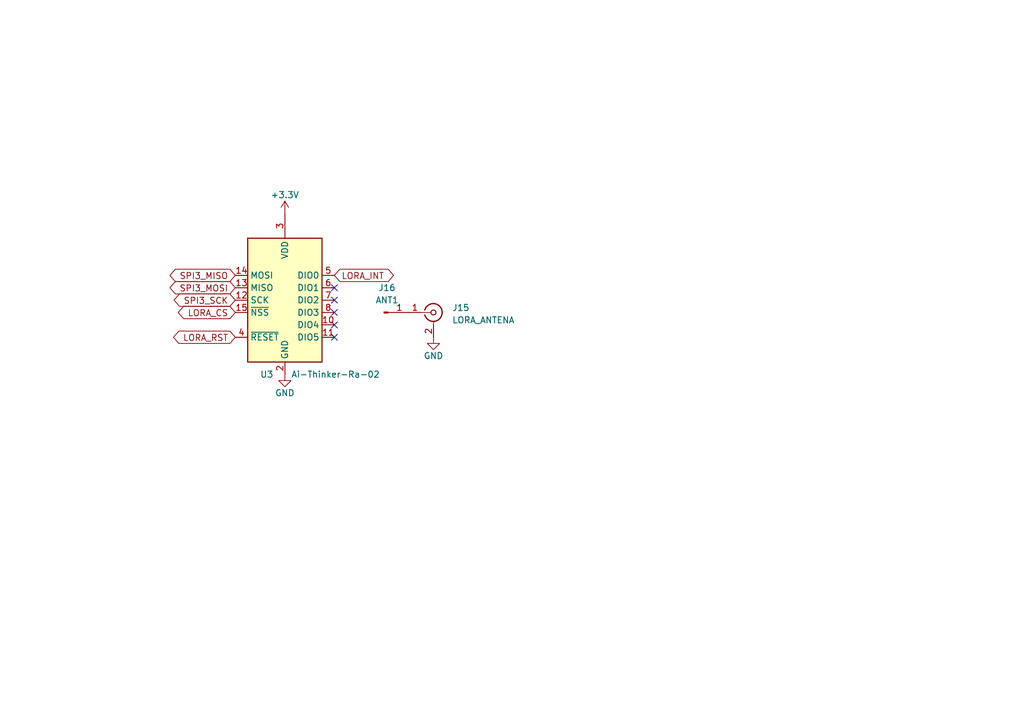
<source format=kicad_sch>
(kicad_sch (version 20211123) (generator eeschema)
  (paper "A5")
  (lib_symbols
    (symbol "Connector:Conn_01x01_Male" (pin_names (offset 1.016) hide)
      (property "Reference" "J" (at 0 2.54 0))
      (property "Value" "Conn_01x01_Male" (at 0 -2.54 0))
      (symbol "Conn_01x01_Male_1_1"
        (polyline (pts (xy 1.27 0) (xy 0.8636 0)) (stroke (width 0.1524)))
        (rectangle (start 0.8636 0.127) (end 0 -0.127) (stroke (width 0.1524)) (fill (type outline)))
        (pin passive line (at 5.08 0 180) (length 3.81) (name "Pin_1") (number "1"))
      )
    )
    (symbol "Connector:Conn_Coaxial" (pin_names (offset 1.016) hide)
      (property "Reference" "J" (at 0.254 3.048 0))
      (property "Value" "Conn_Coaxial" (at 2.921 0 90))
      (symbol "Conn_Coaxial_0_1"
        (arc (start -1.778 -0.508) (mid 0.2311 -1.8066) (end 1.778 0) (stroke (width 0.254)))
        (polyline (pts (xy -2.54 0) (xy -0.508 0)))
        (polyline (pts (xy 0 -2.54) (xy 0 -1.778)))
        (circle (center 0 0) (radius 0.508) (stroke (width 0.2032)))
        (arc (start 1.778 0) (mid 0.2099 1.8101) (end -1.778 0.508) (stroke (width 0.254)))
      )
      (symbol "Conn_Coaxial_1_1"
        (pin passive line (at -5.08 0 0) (length 2.54) (name "In") (number "1"))
        (pin passive line (at 0 -5.08 90) (length 2.54) (name "Ext") (number "2"))
      )
    )
    (symbol "RF_Module:Ai-Thinker-Ra-02"
      (property "Reference" "U" (at 2.54 19.05 0))
      (property "Value" "Ai-Thinker-Ra-02" (at 13.97 -15.24 0))
      (symbol "Ai-Thinker-Ra-02_0_1"
        (rectangle (start -7.62 12.7) (end 7.62 -12.7) (stroke (width 0.254)) (fill (type background)))
      )
      (symbol "Ai-Thinker-Ra-02_1_1"
        (pin passive line (at 0 -15.24 90) (length 2.54) hide (name "GND") (number "1"))
        (pin bidirectional line (at 10.16 -5.08 180) (length 2.54) (name "DIO4") (number "10"))
        (pin bidirectional line (at 10.16 -7.62 180) (length 2.54) (name "DIO5") (number "11"))
        (pin input line (at -10.16 0 0) (length 2.54) (name "SCK") (number "12"))
        (pin output line (at -10.16 2.54 0) (length 2.54) (name "MISO") (number "13"))
        (pin input line (at -10.16 5.08 0) (length 2.54) (name "MOSI") (number "14"))
        (pin input line (at -10.16 -2.54 0) (length 2.54) (name "~{NSS}") (number "15"))
        (pin passive line (at 0 -15.24 90) (length 2.54) hide (name "GND") (number "16"))
        (pin power_in line (at 0 -15.24 90) (length 2.54) (name "GND") (number "2"))
        (pin power_in line (at 0 17.78 270) (length 5.08) (name "VDD") (number "3"))
        (pin input line (at -10.16 -7.62 0) (length 2.54) (name "~{RESET}") (number "4"))
        (pin bidirectional line (at 10.16 5.08 180) (length 2.54) (name "DIO0") (number "5"))
        (pin bidirectional line (at 10.16 2.54 180) (length 2.54) (name "DIO1") (number "6"))
        (pin bidirectional line (at 10.16 0 180) (length 2.54) (name "DIO2") (number "7"))
        (pin bidirectional line (at 10.16 -2.54 180) (length 2.54) (name "DIO3") (number "8"))
        (pin passive line (at 0 -15.24 90) (length 2.54) hide (name "GND") (number "9"))
      )
    )
    (symbol "power:+3.3V" (power) (pin_names (offset 0))
      (property "Value" "+3.3V" (at 0 3.556 0))
      (symbol "+3.3V_0_1"
        (polyline (pts (xy -0.762 1.27) (xy 0 2.54)))
        (polyline (pts (xy 0 0) (xy 0 2.54)))
        (polyline (pts (xy 0 2.54) (xy 0.762 1.27)))
      )
      (symbol "+3.3V_1_1"
        (pin power_in line (at 0 0 90) (length 0) hide (name "+3.3V") (number "1"))
      )
    )
    (symbol "power:GND" (power) (pin_names (offset 0))
      (property "Value" "GND" (at 0 -3.81 0))
      (symbol "GND_0_1"
        (polyline (pts (xy 0 0) (xy 0 -1.27) (xy 1.27 -1.27) (xy 0 -2.54) (xy -1.27 -1.27) (xy 0 -1.27)))
      )
      (symbol "GND_1_1"
        (pin power_in line (at 0 0 270) (length 0) hide (name "GND") (number "1"))
      )
    )
  )
  (no_connect (at 68.58 69.215))
  (no_connect (at 68.58 66.675))
  (no_connect (at 68.58 64.135))
  (no_connect (at 68.58 61.595))
  (no_connect (at 68.58 59.055))
  (global_label "SPI3_MISO" (shape bidirectional) (at 48.26 56.515 180) (property "Intersheet References" "${INTERSHEET_REFS}" (effects hide)))
  (global_label "SPI3_SCK" (shape bidirectional) (at 48.26 61.595 180) (property "Intersheet References" "${INTERSHEET_REFS}" (effects hide)))
  (global_label "SPI3_MOSI" (shape bidirectional) (at 48.26 59.055 180) (property "Intersheet References" "${INTERSHEET_REFS}" (effects hide)))
  (global_label "LORA_INT" (shape bidirectional) (at 68.58 56.515 0) (property "Intersheet References" "${INTERSHEET_REFS}" (effects hide)))
  (global_label "LORA_CS" (shape bidirectional) (at 48.26 64.135 180) (property "Intersheet References" "${INTERSHEET_REFS}" (effects hide)))
  (global_label "LORA_RST" (shape bidirectional) (at 48.26 69.215 180) (property "Intersheet References" "${INTERSHEET_REFS}" (effects hide)))
  (symbol (lib_id "Connector:Conn_Coaxial") (at 88.9 64.135 0) (unit 1)
    (property "Reference" "J15" (at 92.71 63.1581 0) (effects (justify left)))
    (property "Value" "LORA_ANTENA" (at 92.71 65.6981 0) (effects (justify left)))
    (property "Footprint" "Connector_Coaxial:SMA_Amphenol_901-143_Horizontal" (effects hide))
    (property "Datasheet" " ~" (effects hide))
  )
  (symbol (lib_id "Connector:Conn_01x01_Male") (at 78.74 64.135 0) (unit 1)
    (property "Reference" "J16" (at 79.375 59.055 0))
    (property "Value" "ANT1" (at 79.375 61.595 0))
    (property "Footprint" "Connector_PinHeader_2.54mm:PinHeader_1x01_P2.54mm_Vertical" (effects hide))
  )
  (symbol (lib_id "power:GND") (at 88.9 69.215 0) (unit 1)
    (property "Reference" "#PWR0151" (effects hide))
    (property "Value" "GND" (at 88.9 73.025 0))
  )
  (symbol (lib_id "power:GND") (at 58.42 76.835 0) (unit 1)
    (property "Reference" "#PWR018" (effects hide))
    (property "Value" "GND" (at 58.42 80.645 0))
  )
  (symbol (lib_id "RF_Module:Ai-Thinker-Ra-02") (at 58.42 61.595 0) (unit 1)
    (property "Reference" "U3" (at 53.34 76.835 0) (effects (justify left)))
    (property "Value" "Ai-Thinker-Ra-02" (at 59.69 76.835 0) (effects (justify left)))
    (property "Footprint" "RF_Module:Ai-Thinker-Ra-01-LoRa" (effects hide))
    (property "Datasheet" "http://wiki.ai-thinker.com/_media/lora/docs/c048ps01a1_ra-02_product_specification_v1.1.pdf" (effects hide))
  )
  (symbol (lib_id "power:+3.3V") (at 58.42 43.815 0) (unit 1)
    (property "Reference" "#PWR017" (effects hide))
    (property "Value" "+3.3V" (at 58.42 40.005 0))
  )
)
</source>
